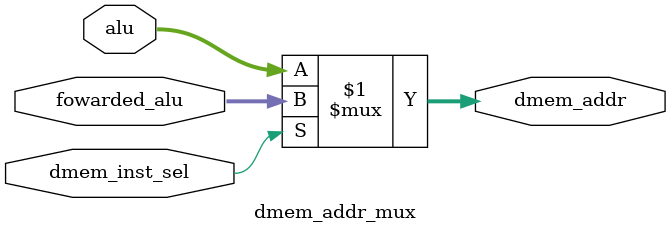
<source format=v>
module dmem_addr_mux (alu, fowarded_alu, dmem_inst_sel, dmem_addr);
input [31:0] alu, fowarded_alu;
input dmem_inst_sel;
output reg [31:0] dmem_addr;

assign dmem_addr = (dmem_inst_sel) ? fowarded_alu : alu;

endmodule
</source>
